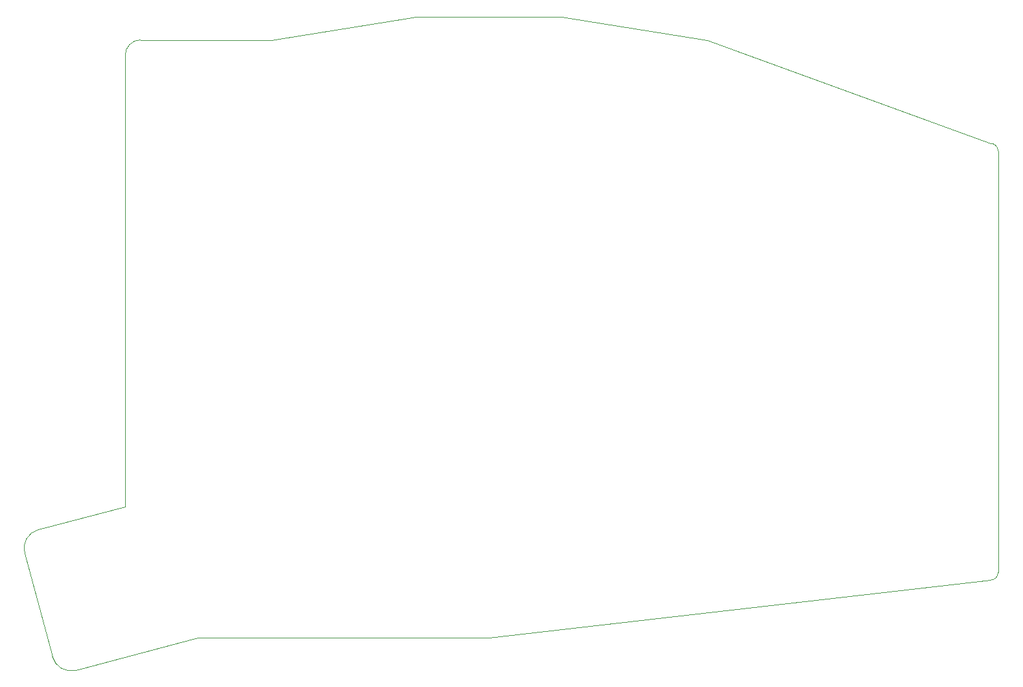
<source format=gm1>
%TF.GenerationSoftware,KiCad,Pcbnew,7.0.2-0*%
%TF.CreationDate,2023-05-24T10:58:38+08:00*%
%TF.ProjectId,Input,496e7075-742e-46b6-9963-61645f706362,2*%
%TF.SameCoordinates,PX717cbc0PY58b1140*%
%TF.FileFunction,Profile,NP*%
%FSLAX46Y46*%
G04 Gerber Fmt 4.6, Leading zero omitted, Abs format (unit mm)*
G04 Created by KiCad (PCBNEW 7.0.2-0) date 2023-05-24 10:58:38*
%MOMM*%
%LPD*%
G01*
G04 APERTURE LIST*
%TA.AperFunction,Profile*%
%ADD10C,0.100000*%
%TD*%
%TA.AperFunction,Profile*%
%ADD11C,0.120000*%
%TD*%
G04 APERTURE END LIST*
D10*
X28500000Y33500000D02*
X9500000Y30500000D01*
X66500000Y30500000D02*
X47500000Y33500000D01*
X-9499900Y28480015D02*
X-9500000Y-30400000D01*
X103500000Y-40000000D02*
G75*
G03*
X104500000Y-39000000I0J1000000D01*
G01*
X9500000Y30500000D02*
X7500000Y30500000D01*
X38000000Y-47500000D02*
X103500000Y-40000000D01*
X-22623029Y-36479300D02*
X-18999562Y-50002262D01*
X76Y-47499514D02*
X38000000Y-47500000D01*
X76Y-47499514D02*
X-15937700Y-51770029D01*
X-7500000Y30499999D02*
G75*
G03*
X-9499899Y28480015I0J-1999999D01*
G01*
X103500000Y17000000D02*
X66500000Y30500000D01*
X104500000Y16000000D02*
G75*
G03*
X103500000Y17000000I-1000000J0D01*
G01*
X-20855263Y-33417433D02*
G75*
G03*
X-22623028Y-36479300I647053J-2414817D01*
G01*
X47500000Y33500000D02*
X28500000Y33500000D01*
X104500000Y-39000000D02*
X104500000Y16000000D01*
X-9500000Y-30400000D02*
X-20855262Y-33417438D01*
X-18999515Y-50002249D02*
G75*
G03*
X-15937700Y-51770028I2414815J647049D01*
G01*
D11*
%TO.C,J1*%
X7500000Y30500000D02*
X-7500000Y30500000D01*
%TD*%
M02*

</source>
